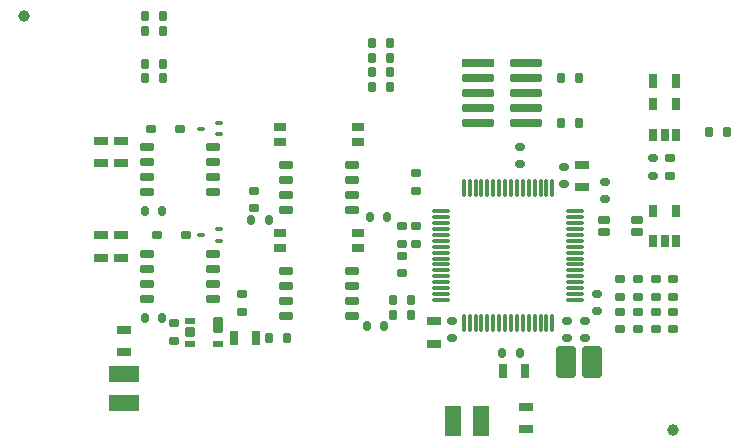
<source format=gtp>
G04*
G04 #@! TF.GenerationSoftware,Altium Limited,Altium Designer,22.6.1 (34)*
G04*
G04 Layer_Color=8421504*
%FSLAX25Y25*%
%MOIN*%
G70*
G04*
G04 #@! TF.SameCoordinates,92C09A27-C496-4622-AF52-00FCEC43516E*
G04*
G04*
G04 #@! TF.FilePolarity,Positive*
G04*
G01*
G75*
G04:AMPARAMS|DCode=10|XSize=33.47mil|YSize=23.62mil|CornerRadius=2.36mil|HoleSize=0mil|Usage=FLASHONLY|Rotation=180.000|XOffset=0mil|YOffset=0mil|HoleType=Round|Shape=RoundedRectangle|*
%AMROUNDEDRECTD10*
21,1,0.03347,0.01890,0,0,180.0*
21,1,0.02874,0.02362,0,0,180.0*
1,1,0.00472,-0.01437,0.00945*
1,1,0.00472,0.01437,0.00945*
1,1,0.00472,0.01437,-0.00945*
1,1,0.00472,-0.01437,-0.00945*
%
%ADD10ROUNDEDRECTD10*%
G04:AMPARAMS|DCode=11|XSize=43.31mil|YSize=23.62mil|CornerRadius=3.54mil|HoleSize=0mil|Usage=FLASHONLY|Rotation=180.000|XOffset=0mil|YOffset=0mil|HoleType=Round|Shape=RoundedRectangle|*
%AMROUNDEDRECTD11*
21,1,0.04331,0.01654,0,0,180.0*
21,1,0.03622,0.02362,0,0,180.0*
1,1,0.00709,-0.01811,0.00827*
1,1,0.00709,0.01811,0.00827*
1,1,0.00709,0.01811,-0.00827*
1,1,0.00709,-0.01811,-0.00827*
%
%ADD11ROUNDEDRECTD11*%
G04:AMPARAMS|DCode=12|XSize=31.5mil|YSize=25.59mil|CornerRadius=6.4mil|HoleSize=0mil|Usage=FLASHONLY|Rotation=90.000|XOffset=0mil|YOffset=0mil|HoleType=Round|Shape=RoundedRectangle|*
%AMROUNDEDRECTD12*
21,1,0.03150,0.01280,0,0,90.0*
21,1,0.01870,0.02559,0,0,90.0*
1,1,0.01280,0.00640,0.00935*
1,1,0.01280,0.00640,-0.00935*
1,1,0.01280,-0.00640,-0.00935*
1,1,0.01280,-0.00640,0.00935*
%
%ADD12ROUNDEDRECTD12*%
G04:AMPARAMS|DCode=13|XSize=106.3mil|YSize=66.93mil|CornerRadius=6.69mil|HoleSize=0mil|Usage=FLASHONLY|Rotation=270.000|XOffset=0mil|YOffset=0mil|HoleType=Round|Shape=RoundedRectangle|*
%AMROUNDEDRECTD13*
21,1,0.10630,0.05354,0,0,270.0*
21,1,0.09291,0.06693,0,0,270.0*
1,1,0.01339,-0.02677,-0.04646*
1,1,0.01339,-0.02677,0.04646*
1,1,0.01339,0.02677,0.04646*
1,1,0.01339,0.02677,-0.04646*
%
%ADD13ROUNDEDRECTD13*%
G04:AMPARAMS|DCode=14|XSize=31.5mil|YSize=25.59mil|CornerRadius=6.4mil|HoleSize=0mil|Usage=FLASHONLY|Rotation=180.000|XOffset=0mil|YOffset=0mil|HoleType=Round|Shape=RoundedRectangle|*
%AMROUNDEDRECTD14*
21,1,0.03150,0.01280,0,0,180.0*
21,1,0.01870,0.02559,0,0,180.0*
1,1,0.01280,-0.00935,0.00640*
1,1,0.01280,0.00935,0.00640*
1,1,0.01280,0.00935,-0.00640*
1,1,0.01280,-0.00935,-0.00640*
%
%ADD14ROUNDEDRECTD14*%
G04:AMPARAMS|DCode=15|XSize=23.62mil|YSize=47.24mil|CornerRadius=3.54mil|HoleSize=0mil|Usage=FLASHONLY|Rotation=270.000|XOffset=0mil|YOffset=0mil|HoleType=Round|Shape=RoundedRectangle|*
%AMROUNDEDRECTD15*
21,1,0.02362,0.04016,0,0,270.0*
21,1,0.01654,0.04724,0,0,270.0*
1,1,0.00709,-0.02008,-0.00827*
1,1,0.00709,-0.02008,0.00827*
1,1,0.00709,0.02008,0.00827*
1,1,0.00709,0.02008,-0.00827*
%
%ADD15ROUNDEDRECTD15*%
G04:AMPARAMS|DCode=16|XSize=11.81mil|YSize=59.06mil|CornerRadius=2.95mil|HoleSize=0mil|Usage=FLASHONLY|Rotation=90.000|XOffset=0mil|YOffset=0mil|HoleType=Round|Shape=RoundedRectangle|*
%AMROUNDEDRECTD16*
21,1,0.01181,0.05315,0,0,90.0*
21,1,0.00591,0.05906,0,0,90.0*
1,1,0.00591,0.02657,0.00295*
1,1,0.00591,0.02657,-0.00295*
1,1,0.00591,-0.02657,-0.00295*
1,1,0.00591,-0.02657,0.00295*
%
%ADD16ROUNDEDRECTD16*%
G04:AMPARAMS|DCode=17|XSize=49.21mil|YSize=27.56mil|CornerRadius=2.76mil|HoleSize=0mil|Usage=FLASHONLY|Rotation=180.000|XOffset=0mil|YOffset=0mil|HoleType=Round|Shape=RoundedRectangle|*
%AMROUNDEDRECTD17*
21,1,0.04921,0.02205,0,0,180.0*
21,1,0.04370,0.02756,0,0,180.0*
1,1,0.00551,-0.02185,0.01102*
1,1,0.00551,0.02185,0.01102*
1,1,0.00551,0.02185,-0.01102*
1,1,0.00551,-0.02185,-0.01102*
%
%ADD17ROUNDEDRECTD17*%
G04:AMPARAMS|DCode=18|XSize=11.81mil|YSize=59.06mil|CornerRadius=2.95mil|HoleSize=0mil|Usage=FLASHONLY|Rotation=0.000|XOffset=0mil|YOffset=0mil|HoleType=Round|Shape=RoundedRectangle|*
%AMROUNDEDRECTD18*
21,1,0.01181,0.05315,0,0,0.0*
21,1,0.00591,0.05906,0,0,0.0*
1,1,0.00591,0.00295,-0.02657*
1,1,0.00591,-0.00295,-0.02657*
1,1,0.00591,-0.00295,0.02657*
1,1,0.00591,0.00295,0.02657*
%
%ADD18ROUNDEDRECTD18*%
G04:AMPARAMS|DCode=19|XSize=27.56mil|YSize=106.3mil|CornerRadius=4.13mil|HoleSize=0mil|Usage=FLASHONLY|Rotation=270.000|XOffset=0mil|YOffset=0mil|HoleType=Round|Shape=RoundedRectangle|*
%AMROUNDEDRECTD19*
21,1,0.02756,0.09803,0,0,270.0*
21,1,0.01929,0.10630,0,0,270.0*
1,1,0.00827,-0.04902,-0.00965*
1,1,0.00827,-0.04902,0.00965*
1,1,0.00827,0.04902,0.00965*
1,1,0.00827,0.04902,-0.00965*
%
%ADD19ROUNDEDRECTD19*%
G04:AMPARAMS|DCode=20|XSize=23.62mil|YSize=31.5mil|CornerRadius=3.54mil|HoleSize=0mil|Usage=FLASHONLY|Rotation=90.000|XOffset=0mil|YOffset=0mil|HoleType=Round|Shape=RoundedRectangle|*
%AMROUNDEDRECTD20*
21,1,0.02362,0.02441,0,0,90.0*
21,1,0.01654,0.03150,0,0,90.0*
1,1,0.00709,0.01221,0.00827*
1,1,0.00709,0.01221,-0.00827*
1,1,0.00709,-0.01221,-0.00827*
1,1,0.00709,-0.01221,0.00827*
%
%ADD20ROUNDEDRECTD20*%
G04:AMPARAMS|DCode=21|XSize=33.47mil|YSize=23.62mil|CornerRadius=2.36mil|HoleSize=0mil|Usage=FLASHONLY|Rotation=90.000|XOffset=0mil|YOffset=0mil|HoleType=Round|Shape=RoundedRectangle|*
%AMROUNDEDRECTD21*
21,1,0.03347,0.01890,0,0,90.0*
21,1,0.02874,0.02362,0,0,90.0*
1,1,0.00472,0.00945,0.01437*
1,1,0.00472,0.00945,-0.01437*
1,1,0.00472,-0.00945,-0.01437*
1,1,0.00472,-0.00945,0.01437*
%
%ADD21ROUNDEDRECTD21*%
G04:AMPARAMS|DCode=22|XSize=27.56mil|YSize=43.31mil|CornerRadius=4.13mil|HoleSize=0mil|Usage=FLASHONLY|Rotation=270.000|XOffset=0mil|YOffset=0mil|HoleType=Round|Shape=RoundedRectangle|*
%AMROUNDEDRECTD22*
21,1,0.02756,0.03504,0,0,270.0*
21,1,0.01929,0.04331,0,0,270.0*
1,1,0.00827,-0.01752,-0.00965*
1,1,0.00827,-0.01752,0.00965*
1,1,0.00827,0.01752,0.00965*
1,1,0.00827,0.01752,-0.00965*
%
%ADD22ROUNDEDRECTD22*%
G04:AMPARAMS|DCode=23|XSize=55.12mil|YSize=35.43mil|CornerRadius=5.32mil|HoleSize=0mil|Usage=FLASHONLY|Rotation=90.000|XOffset=0mil|YOffset=0mil|HoleType=Round|Shape=RoundedRectangle|*
%AMROUNDEDRECTD23*
21,1,0.05512,0.02480,0,0,90.0*
21,1,0.04449,0.03543,0,0,90.0*
1,1,0.01063,0.01240,0.02224*
1,1,0.01063,0.01240,-0.02224*
1,1,0.01063,-0.01240,-0.02224*
1,1,0.01063,-0.01240,0.02224*
%
%ADD23ROUNDEDRECTD23*%
G04:AMPARAMS|DCode=24|XSize=19.68mil|YSize=35.43mil|CornerRadius=2.95mil|HoleSize=0mil|Usage=FLASHONLY|Rotation=90.000|XOffset=0mil|YOffset=0mil|HoleType=Round|Shape=RoundedRectangle|*
%AMROUNDEDRECTD24*
21,1,0.01968,0.02953,0,0,90.0*
21,1,0.01378,0.03543,0,0,90.0*
1,1,0.00591,0.01476,0.00689*
1,1,0.00591,0.01476,-0.00689*
1,1,0.00591,-0.01476,-0.00689*
1,1,0.00591,-0.01476,0.00689*
%
%ADD24ROUNDEDRECTD24*%
G04:AMPARAMS|DCode=25|XSize=31.5mil|YSize=35.43mil|CornerRadius=4.72mil|HoleSize=0mil|Usage=FLASHONLY|Rotation=90.000|XOffset=0mil|YOffset=0mil|HoleType=Round|Shape=RoundedRectangle|*
%AMROUNDEDRECTD25*
21,1,0.03150,0.02598,0,0,90.0*
21,1,0.02205,0.03543,0,0,90.0*
1,1,0.00945,0.01299,0.01102*
1,1,0.00945,0.01299,-0.01102*
1,1,0.00945,-0.01299,-0.01102*
1,1,0.00945,-0.01299,0.01102*
%
%ADD25ROUNDEDRECTD25*%
G04:AMPARAMS|DCode=26|XSize=49.21mil|YSize=27.56mil|CornerRadius=2.76mil|HoleSize=0mil|Usage=FLASHONLY|Rotation=270.000|XOffset=0mil|YOffset=0mil|HoleType=Round|Shape=RoundedRectangle|*
%AMROUNDEDRECTD26*
21,1,0.04921,0.02205,0,0,270.0*
21,1,0.04370,0.02756,0,0,270.0*
1,1,0.00551,-0.01102,-0.02185*
1,1,0.00551,-0.01102,0.02185*
1,1,0.00551,0.01102,0.02185*
1,1,0.00551,0.01102,-0.02185*
%
%ADD26ROUNDEDRECTD26*%
G04:AMPARAMS|DCode=27|XSize=13.78mil|YSize=23.62mil|CornerRadius=2.07mil|HoleSize=0mil|Usage=FLASHONLY|Rotation=270.000|XOffset=0mil|YOffset=0mil|HoleType=Round|Shape=RoundedRectangle|*
%AMROUNDEDRECTD27*
21,1,0.01378,0.01949,0,0,270.0*
21,1,0.00965,0.02362,0,0,270.0*
1,1,0.00413,-0.00974,-0.00482*
1,1,0.00413,-0.00974,0.00482*
1,1,0.00413,0.00974,0.00482*
1,1,0.00413,0.00974,-0.00482*
%
%ADD27ROUNDEDRECTD27*%
%ADD28R,0.00787X0.00787*%
%ADD29C,0.03937*%
G04:AMPARAMS|DCode=30|XSize=23.62mil|YSize=43.31mil|CornerRadius=2.36mil|HoleSize=0mil|Usage=FLASHONLY|Rotation=180.000|XOffset=0mil|YOffset=0mil|HoleType=Round|Shape=RoundedRectangle|*
%AMROUNDEDRECTD30*
21,1,0.02362,0.03858,0,0,180.0*
21,1,0.01890,0.04331,0,0,180.0*
1,1,0.00472,-0.00945,0.01929*
1,1,0.00472,0.00945,0.01929*
1,1,0.00472,0.00945,-0.01929*
1,1,0.00472,-0.00945,-0.01929*
%
%ADD30ROUNDEDRECTD30*%
G04:AMPARAMS|DCode=31|XSize=55.12mil|YSize=102.36mil|CornerRadius=8.27mil|HoleSize=0mil|Usage=FLASHONLY|Rotation=180.000|XOffset=0mil|YOffset=0mil|HoleType=Round|Shape=RoundedRectangle|*
%AMROUNDEDRECTD31*
21,1,0.05512,0.08583,0,0,180.0*
21,1,0.03858,0.10236,0,0,180.0*
1,1,0.01654,-0.01929,0.04291*
1,1,0.01654,0.01929,0.04291*
1,1,0.01654,0.01929,-0.04291*
1,1,0.01654,-0.01929,-0.04291*
%
%ADD31ROUNDEDRECTD31*%
G04:AMPARAMS|DCode=32|XSize=55.12mil|YSize=102.36mil|CornerRadius=8.27mil|HoleSize=0mil|Usage=FLASHONLY|Rotation=90.000|XOffset=0mil|YOffset=0mil|HoleType=Round|Shape=RoundedRectangle|*
%AMROUNDEDRECTD32*
21,1,0.05512,0.08583,0,0,90.0*
21,1,0.03858,0.10236,0,0,90.0*
1,1,0.01654,0.04291,0.01929*
1,1,0.01654,0.04291,-0.01929*
1,1,0.01654,-0.04291,-0.01929*
1,1,0.01654,-0.04291,0.01929*
%
%ADD32ROUNDEDRECTD32*%
%ADD33R,0.10630X0.02756*%
D10*
X146653Y69882D02*
D03*
Y75787D02*
D03*
Y87598D02*
D03*
X141732Y60039D02*
D03*
X65945Y43307D02*
D03*
Y37402D02*
D03*
X88583Y47244D02*
D03*
Y53150D02*
D03*
X92520Y81693D02*
D03*
Y87598D02*
D03*
X141732Y65945D02*
D03*
X146653Y93504D02*
D03*
X141732Y75787D02*
D03*
Y69882D02*
D03*
X214567Y47244D02*
D03*
Y41339D02*
D03*
X220472D02*
D03*
Y47244D02*
D03*
X226378D02*
D03*
Y41339D02*
D03*
X232283D02*
D03*
Y47244D02*
D03*
Y58071D02*
D03*
Y52165D02*
D03*
X226378Y58071D02*
D03*
Y52165D02*
D03*
X220472Y58071D02*
D03*
Y52165D02*
D03*
X214567Y58071D02*
D03*
Y52165D02*
D03*
X231299Y98425D02*
D03*
Y92520D02*
D03*
D11*
X209055Y73819D02*
D03*
X220079D02*
D03*
Y77756D02*
D03*
X209055D02*
D03*
D12*
X91634Y77756D02*
D03*
X97342D02*
D03*
X181004Y33465D02*
D03*
X175295D02*
D03*
X131004Y78740D02*
D03*
X136713D02*
D03*
X56201Y80709D02*
D03*
X61910D02*
D03*
X130020Y42323D02*
D03*
X135728D02*
D03*
X56201Y45276D02*
D03*
X61910D02*
D03*
D13*
X196457Y30512D02*
D03*
X205118D02*
D03*
D14*
X196850Y44193D02*
D03*
X202756Y38484D02*
D03*
X196850D02*
D03*
X181102Y96555D02*
D03*
Y102264D02*
D03*
X158465Y38484D02*
D03*
Y44193D02*
D03*
X195866Y95374D02*
D03*
Y89665D02*
D03*
X206693Y47343D02*
D03*
Y53051D02*
D03*
X209646Y84744D02*
D03*
Y90453D02*
D03*
X225394Y92618D02*
D03*
Y98327D02*
D03*
X202756Y44193D02*
D03*
D15*
X125197Y86083D02*
D03*
Y91083D02*
D03*
Y81083D02*
D03*
Y96083D02*
D03*
X103150D02*
D03*
Y81083D02*
D03*
X125197Y50650D02*
D03*
Y55650D02*
D03*
X56890Y96988D02*
D03*
Y61555D02*
D03*
X103150Y86083D02*
D03*
Y91083D02*
D03*
X78937Y86988D02*
D03*
Y91988D02*
D03*
Y96988D02*
D03*
Y101988D02*
D03*
X56890Y86988D02*
D03*
Y91988D02*
D03*
Y101988D02*
D03*
Y66555D02*
D03*
Y56555D02*
D03*
Y51555D02*
D03*
X78937Y66555D02*
D03*
Y61555D02*
D03*
Y56555D02*
D03*
Y51555D02*
D03*
X125197Y45650D02*
D03*
Y60650D02*
D03*
X103150Y45650D02*
D03*
Y50650D02*
D03*
Y55650D02*
D03*
Y60650D02*
D03*
D16*
X154724Y78740D02*
D03*
Y80709D02*
D03*
Y72835D02*
D03*
Y59055D02*
D03*
Y55118D02*
D03*
Y57087D02*
D03*
X199606Y70866D02*
D03*
Y72835D02*
D03*
Y74803D02*
D03*
Y76772D02*
D03*
X154724D02*
D03*
Y74803D02*
D03*
Y70866D02*
D03*
Y68898D02*
D03*
Y66929D02*
D03*
Y64961D02*
D03*
Y62992D02*
D03*
Y61024D02*
D03*
Y53150D02*
D03*
Y51181D02*
D03*
X199606D02*
D03*
Y53150D02*
D03*
Y55118D02*
D03*
Y57087D02*
D03*
Y59055D02*
D03*
Y61024D02*
D03*
Y62992D02*
D03*
Y64961D02*
D03*
Y66929D02*
D03*
Y68898D02*
D03*
Y78740D02*
D03*
Y80709D02*
D03*
D17*
X48228Y96653D02*
D03*
X41339D02*
D03*
X48228Y65158D02*
D03*
X41339D02*
D03*
X152559Y44094D02*
D03*
Y36614D02*
D03*
X201772Y88779D02*
D03*
Y96260D02*
D03*
X41339Y104134D02*
D03*
X49213Y33661D02*
D03*
Y41142D02*
D03*
X183071Y15551D02*
D03*
Y8071D02*
D03*
X41339Y72638D02*
D03*
X48228Y104134D02*
D03*
Y72638D02*
D03*
D18*
X191929Y43504D02*
D03*
X172244Y88386D02*
D03*
X189961Y43504D02*
D03*
X168307D02*
D03*
X162401D02*
D03*
X164370D02*
D03*
X166339D02*
D03*
X174213D02*
D03*
X170275D02*
D03*
X172244D02*
D03*
X176181D02*
D03*
X178149D02*
D03*
X180118D02*
D03*
X182087D02*
D03*
X184055D02*
D03*
X186024D02*
D03*
X187992D02*
D03*
X191929Y88386D02*
D03*
X189961D02*
D03*
X187992D02*
D03*
X186024D02*
D03*
X184055D02*
D03*
X182087D02*
D03*
X180118D02*
D03*
X178149D02*
D03*
X176181D02*
D03*
X174213D02*
D03*
X170275D02*
D03*
X168307D02*
D03*
X166339D02*
D03*
X164370D02*
D03*
X162401D02*
D03*
D19*
X183071Y120039D02*
D03*
Y130039D02*
D03*
X167323Y125039D02*
D03*
X183071D02*
D03*
X167323Y120039D02*
D03*
Y115039D02*
D03*
Y110039D02*
D03*
X183071Y115039D02*
D03*
Y110039D02*
D03*
D20*
X69685Y72835D02*
D03*
X60236D02*
D03*
X67716Y108268D02*
D03*
X58268D02*
D03*
D21*
X244094Y107283D02*
D03*
X250000D02*
D03*
X200787Y110236D02*
D03*
X194882D02*
D03*
X200787Y125000D02*
D03*
X194882D02*
D03*
X97441Y38386D02*
D03*
X103347D02*
D03*
X137795Y136811D02*
D03*
X131890D02*
D03*
Y131890D02*
D03*
X137795D02*
D03*
Y126969D02*
D03*
X131890D02*
D03*
Y122047D02*
D03*
X137795D02*
D03*
X138779Y46260D02*
D03*
X144685D02*
D03*
Y51181D02*
D03*
X138779D02*
D03*
X62008Y125197D02*
D03*
X56102D02*
D03*
X62008Y129921D02*
D03*
X56102D02*
D03*
X62008Y140945D02*
D03*
X56102D02*
D03*
X62008Y145669D02*
D03*
X56102D02*
D03*
D22*
X101181Y108799D02*
D03*
Y103799D02*
D03*
X127165Y108799D02*
D03*
Y103799D02*
D03*
Y68366D02*
D03*
Y73366D02*
D03*
X101181Y68366D02*
D03*
Y73366D02*
D03*
D23*
X80512Y42717D02*
D03*
D24*
Y36614D02*
D03*
X71063D02*
D03*
Y44094D02*
D03*
D25*
Y40354D02*
D03*
D26*
X85827Y38386D02*
D03*
X93307D02*
D03*
X175394Y27559D02*
D03*
X182874D02*
D03*
X233071Y124016D02*
D03*
X225590D02*
D03*
D27*
X74803Y108268D02*
D03*
X80709Y110236D02*
D03*
Y106299D02*
D03*
X74803Y72835D02*
D03*
X80709Y74803D02*
D03*
Y70866D02*
D03*
D28*
X15748Y145669D02*
D03*
X232283Y7874D02*
D03*
D29*
X15748Y145669D02*
D03*
X232283Y7874D02*
D03*
D30*
X225590Y80905D02*
D03*
X233071D02*
D03*
Y70669D02*
D03*
X229331D02*
D03*
X225590D02*
D03*
X225590Y106102D02*
D03*
X229331D02*
D03*
X233071D02*
D03*
Y116339D02*
D03*
X225590D02*
D03*
D31*
X168110Y10827D02*
D03*
X158661D02*
D03*
D32*
X49213Y16929D02*
D03*
Y26378D02*
D03*
D33*
X167323Y130039D02*
D03*
M02*

</source>
